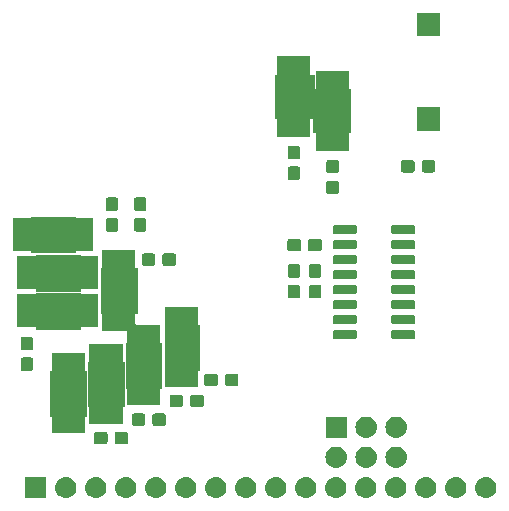
<source format=gbs>
G04 #@! TF.GenerationSoftware,KiCad,Pcbnew,(5.1.2)-1*
G04 #@! TF.CreationDate,2019-07-09T23:17:51-04:00*
G04 #@! TF.ProjectId,SPIvSPI_SAO_White,53504976-5350-4495-9f53-414f5f576869,0*
G04 #@! TF.SameCoordinates,PX90f5600PY584f6c0*
G04 #@! TF.FileFunction,Soldermask,Bot*
G04 #@! TF.FilePolarity,Negative*
%FSLAX46Y46*%
G04 Gerber Fmt 4.6, Leading zero omitted, Abs format (unit mm)*
G04 Created by KiCad (PCBNEW (5.1.2)-1) date 2019-07-09 23:17:51*
%MOMM*%
%LPD*%
G04 APERTURE LIST*
%ADD10C,0.100000*%
G04 APERTURE END LIST*
D10*
G36*
X-5200000Y-7200000D02*
G01*
X-8100000Y-7200000D01*
X-8100000Y-3400000D01*
X-5200000Y-3400000D01*
X-5200000Y-7200000D01*
G37*
X-5200000Y-7200000D02*
X-8100000Y-7200000D01*
X-8100000Y-3400000D01*
X-5200000Y-3400000D01*
X-5200000Y-7200000D01*
G36*
X-8400000Y-8700000D02*
G01*
X-11400000Y-8700000D01*
X-11400000Y-4900000D01*
X-8400000Y-4900000D01*
X-8400000Y-8700000D01*
G37*
X-8400000Y-8700000D02*
X-11400000Y-8700000D01*
X-11400000Y-4900000D01*
X-8400000Y-4900000D01*
X-8400000Y-8700000D01*
G36*
X-11600000Y-10300000D02*
G01*
X-14600000Y-10300000D01*
X-14600000Y-6500000D01*
X-11600000Y-6500000D01*
X-11600000Y-10300000D01*
G37*
X-11600000Y-10300000D02*
X-14600000Y-10300000D01*
X-14600000Y-6500000D01*
X-11600000Y-6500000D01*
X-11600000Y-10300000D01*
G36*
X-14800000Y-11100000D02*
G01*
X-17800000Y-11100000D01*
X-17800000Y-7300000D01*
X-14800000Y-7300000D01*
X-14800000Y-11100000D01*
G37*
X-14800000Y-11100000D02*
X-17800000Y-11100000D01*
X-17800000Y-7300000D01*
X-14800000Y-7300000D01*
X-14800000Y-11100000D01*
G36*
X-15300000Y-3700000D02*
G01*
X-19000000Y-3700000D01*
X-19000000Y-700000D01*
X-15300000Y-700000D01*
X-15300000Y-3700000D01*
G37*
X-15300000Y-3700000D02*
X-19000000Y-3700000D01*
X-19000000Y-700000D01*
X-15300000Y-700000D01*
X-15300000Y-3700000D01*
G36*
X-15300000Y-500000D02*
G01*
X-19000000Y-500000D01*
X-19000000Y2500000D01*
X-15300000Y2500000D01*
X-15300000Y-500000D01*
G37*
X-15300000Y-500000D02*
X-19000000Y-500000D01*
X-19000000Y2500000D01*
X-15300000Y2500000D01*
X-15300000Y-500000D01*
G36*
X-15700000Y2800000D02*
G01*
X-19400000Y2800000D01*
X-19400000Y5700000D01*
X-15700000Y5700000D01*
X-15700000Y2800000D01*
G37*
X-15700000Y2800000D02*
X-19400000Y2800000D01*
X-19400000Y5700000D01*
X-15700000Y5700000D01*
X-15700000Y2800000D01*
G36*
X-10500000Y-2400000D02*
G01*
X-13500000Y-2400000D01*
X-13500000Y1400000D01*
X-10500000Y1400000D01*
X-10500000Y-2400000D01*
G37*
X-10500000Y-2400000D02*
X-13500000Y-2400000D01*
X-13500000Y1400000D01*
X-10500000Y1400000D01*
X-10500000Y-2400000D01*
G36*
X4500000Y16600000D02*
G01*
X7600000Y16600000D01*
X7600000Y12900000D01*
X4400000Y12900000D01*
X4400000Y14100000D01*
X1200000Y14100000D01*
X1200000Y17800000D01*
X4500000Y17800000D01*
X4500000Y16600000D01*
G37*
X4500000Y16600000D02*
X7600000Y16600000D01*
X7600000Y12900000D01*
X4400000Y12900000D01*
X4400000Y14100000D01*
X1200000Y14100000D01*
X1200000Y17800000D01*
X4500000Y17800000D01*
X4500000Y16600000D01*
G36*
X16639443Y-16275519D02*
G01*
X16705627Y-16282037D01*
X16875466Y-16333557D01*
X17031991Y-16417222D01*
X17067729Y-16446552D01*
X17169186Y-16529814D01*
X17252448Y-16631271D01*
X17281778Y-16667009D01*
X17365443Y-16823534D01*
X17416963Y-16993373D01*
X17434359Y-17170000D01*
X17416963Y-17346627D01*
X17365443Y-17516466D01*
X17281778Y-17672991D01*
X17252448Y-17708729D01*
X17169186Y-17810186D01*
X17067729Y-17893448D01*
X17031991Y-17922778D01*
X16875466Y-18006443D01*
X16705627Y-18057963D01*
X16639443Y-18064481D01*
X16573260Y-18071000D01*
X16484740Y-18071000D01*
X16418557Y-18064481D01*
X16352373Y-18057963D01*
X16182534Y-18006443D01*
X16026009Y-17922778D01*
X15990271Y-17893448D01*
X15888814Y-17810186D01*
X15805552Y-17708729D01*
X15776222Y-17672991D01*
X15692557Y-17516466D01*
X15641037Y-17346627D01*
X15623641Y-17170000D01*
X15641037Y-16993373D01*
X15692557Y-16823534D01*
X15776222Y-16667009D01*
X15805552Y-16631271D01*
X15888814Y-16529814D01*
X15990271Y-16446552D01*
X16026009Y-16417222D01*
X16182534Y-16333557D01*
X16352373Y-16282037D01*
X16418557Y-16275519D01*
X16484740Y-16269000D01*
X16573260Y-16269000D01*
X16639443Y-16275519D01*
X16639443Y-16275519D01*
G37*
G36*
X-3680557Y-16275519D02*
G01*
X-3614373Y-16282037D01*
X-3444534Y-16333557D01*
X-3288009Y-16417222D01*
X-3252271Y-16446552D01*
X-3150814Y-16529814D01*
X-3067552Y-16631271D01*
X-3038222Y-16667009D01*
X-2954557Y-16823534D01*
X-2903037Y-16993373D01*
X-2885641Y-17170000D01*
X-2903037Y-17346627D01*
X-2954557Y-17516466D01*
X-3038222Y-17672991D01*
X-3067552Y-17708729D01*
X-3150814Y-17810186D01*
X-3252271Y-17893448D01*
X-3288009Y-17922778D01*
X-3444534Y-18006443D01*
X-3614373Y-18057963D01*
X-3680557Y-18064481D01*
X-3746740Y-18071000D01*
X-3835260Y-18071000D01*
X-3901443Y-18064481D01*
X-3967627Y-18057963D01*
X-4137466Y-18006443D01*
X-4293991Y-17922778D01*
X-4329729Y-17893448D01*
X-4431186Y-17810186D01*
X-4514448Y-17708729D01*
X-4543778Y-17672991D01*
X-4627443Y-17516466D01*
X-4678963Y-17346627D01*
X-4696359Y-17170000D01*
X-4678963Y-16993373D01*
X-4627443Y-16823534D01*
X-4543778Y-16667009D01*
X-4514448Y-16631271D01*
X-4431186Y-16529814D01*
X-4329729Y-16446552D01*
X-4293991Y-16417222D01*
X-4137466Y-16333557D01*
X-3967627Y-16282037D01*
X-3901443Y-16275519D01*
X-3835260Y-16269000D01*
X-3746740Y-16269000D01*
X-3680557Y-16275519D01*
X-3680557Y-16275519D01*
G37*
G36*
X19179443Y-16275519D02*
G01*
X19245627Y-16282037D01*
X19415466Y-16333557D01*
X19571991Y-16417222D01*
X19607729Y-16446552D01*
X19709186Y-16529814D01*
X19792448Y-16631271D01*
X19821778Y-16667009D01*
X19905443Y-16823534D01*
X19956963Y-16993373D01*
X19974359Y-17170000D01*
X19956963Y-17346627D01*
X19905443Y-17516466D01*
X19821778Y-17672991D01*
X19792448Y-17708729D01*
X19709186Y-17810186D01*
X19607729Y-17893448D01*
X19571991Y-17922778D01*
X19415466Y-18006443D01*
X19245627Y-18057963D01*
X19179443Y-18064481D01*
X19113260Y-18071000D01*
X19024740Y-18071000D01*
X18958557Y-18064481D01*
X18892373Y-18057963D01*
X18722534Y-18006443D01*
X18566009Y-17922778D01*
X18530271Y-17893448D01*
X18428814Y-17810186D01*
X18345552Y-17708729D01*
X18316222Y-17672991D01*
X18232557Y-17516466D01*
X18181037Y-17346627D01*
X18163641Y-17170000D01*
X18181037Y-16993373D01*
X18232557Y-16823534D01*
X18316222Y-16667009D01*
X18345552Y-16631271D01*
X18428814Y-16529814D01*
X18530271Y-16446552D01*
X18566009Y-16417222D01*
X18722534Y-16333557D01*
X18892373Y-16282037D01*
X18958557Y-16275519D01*
X19024740Y-16269000D01*
X19113260Y-16269000D01*
X19179443Y-16275519D01*
X19179443Y-16275519D01*
G37*
G36*
X-18130000Y-18071000D02*
G01*
X-19932000Y-18071000D01*
X-19932000Y-16269000D01*
X-18130000Y-16269000D01*
X-18130000Y-18071000D01*
X-18130000Y-18071000D01*
G37*
G36*
X-16380557Y-16275519D02*
G01*
X-16314373Y-16282037D01*
X-16144534Y-16333557D01*
X-15988009Y-16417222D01*
X-15952271Y-16446552D01*
X-15850814Y-16529814D01*
X-15767552Y-16631271D01*
X-15738222Y-16667009D01*
X-15654557Y-16823534D01*
X-15603037Y-16993373D01*
X-15585641Y-17170000D01*
X-15603037Y-17346627D01*
X-15654557Y-17516466D01*
X-15738222Y-17672991D01*
X-15767552Y-17708729D01*
X-15850814Y-17810186D01*
X-15952271Y-17893448D01*
X-15988009Y-17922778D01*
X-16144534Y-18006443D01*
X-16314373Y-18057963D01*
X-16380557Y-18064481D01*
X-16446740Y-18071000D01*
X-16535260Y-18071000D01*
X-16601443Y-18064481D01*
X-16667627Y-18057963D01*
X-16837466Y-18006443D01*
X-16993991Y-17922778D01*
X-17029729Y-17893448D01*
X-17131186Y-17810186D01*
X-17214448Y-17708729D01*
X-17243778Y-17672991D01*
X-17327443Y-17516466D01*
X-17378963Y-17346627D01*
X-17396359Y-17170000D01*
X-17378963Y-16993373D01*
X-17327443Y-16823534D01*
X-17243778Y-16667009D01*
X-17214448Y-16631271D01*
X-17131186Y-16529814D01*
X-17029729Y-16446552D01*
X-16993991Y-16417222D01*
X-16837466Y-16333557D01*
X-16667627Y-16282037D01*
X-16601443Y-16275519D01*
X-16535260Y-16269000D01*
X-16446740Y-16269000D01*
X-16380557Y-16275519D01*
X-16380557Y-16275519D01*
G37*
G36*
X-13840557Y-16275519D02*
G01*
X-13774373Y-16282037D01*
X-13604534Y-16333557D01*
X-13448009Y-16417222D01*
X-13412271Y-16446552D01*
X-13310814Y-16529814D01*
X-13227552Y-16631271D01*
X-13198222Y-16667009D01*
X-13114557Y-16823534D01*
X-13063037Y-16993373D01*
X-13045641Y-17170000D01*
X-13063037Y-17346627D01*
X-13114557Y-17516466D01*
X-13198222Y-17672991D01*
X-13227552Y-17708729D01*
X-13310814Y-17810186D01*
X-13412271Y-17893448D01*
X-13448009Y-17922778D01*
X-13604534Y-18006443D01*
X-13774373Y-18057963D01*
X-13840557Y-18064481D01*
X-13906740Y-18071000D01*
X-13995260Y-18071000D01*
X-14061443Y-18064481D01*
X-14127627Y-18057963D01*
X-14297466Y-18006443D01*
X-14453991Y-17922778D01*
X-14489729Y-17893448D01*
X-14591186Y-17810186D01*
X-14674448Y-17708729D01*
X-14703778Y-17672991D01*
X-14787443Y-17516466D01*
X-14838963Y-17346627D01*
X-14856359Y-17170000D01*
X-14838963Y-16993373D01*
X-14787443Y-16823534D01*
X-14703778Y-16667009D01*
X-14674448Y-16631271D01*
X-14591186Y-16529814D01*
X-14489729Y-16446552D01*
X-14453991Y-16417222D01*
X-14297466Y-16333557D01*
X-14127627Y-16282037D01*
X-14061443Y-16275519D01*
X-13995260Y-16269000D01*
X-13906740Y-16269000D01*
X-13840557Y-16275519D01*
X-13840557Y-16275519D01*
G37*
G36*
X-11300557Y-16275519D02*
G01*
X-11234373Y-16282037D01*
X-11064534Y-16333557D01*
X-10908009Y-16417222D01*
X-10872271Y-16446552D01*
X-10770814Y-16529814D01*
X-10687552Y-16631271D01*
X-10658222Y-16667009D01*
X-10574557Y-16823534D01*
X-10523037Y-16993373D01*
X-10505641Y-17170000D01*
X-10523037Y-17346627D01*
X-10574557Y-17516466D01*
X-10658222Y-17672991D01*
X-10687552Y-17708729D01*
X-10770814Y-17810186D01*
X-10872271Y-17893448D01*
X-10908009Y-17922778D01*
X-11064534Y-18006443D01*
X-11234373Y-18057963D01*
X-11300557Y-18064481D01*
X-11366740Y-18071000D01*
X-11455260Y-18071000D01*
X-11521443Y-18064481D01*
X-11587627Y-18057963D01*
X-11757466Y-18006443D01*
X-11913991Y-17922778D01*
X-11949729Y-17893448D01*
X-12051186Y-17810186D01*
X-12134448Y-17708729D01*
X-12163778Y-17672991D01*
X-12247443Y-17516466D01*
X-12298963Y-17346627D01*
X-12316359Y-17170000D01*
X-12298963Y-16993373D01*
X-12247443Y-16823534D01*
X-12163778Y-16667009D01*
X-12134448Y-16631271D01*
X-12051186Y-16529814D01*
X-11949729Y-16446552D01*
X-11913991Y-16417222D01*
X-11757466Y-16333557D01*
X-11587627Y-16282037D01*
X-11521443Y-16275519D01*
X-11455260Y-16269000D01*
X-11366740Y-16269000D01*
X-11300557Y-16275519D01*
X-11300557Y-16275519D01*
G37*
G36*
X-8760557Y-16275519D02*
G01*
X-8694373Y-16282037D01*
X-8524534Y-16333557D01*
X-8368009Y-16417222D01*
X-8332271Y-16446552D01*
X-8230814Y-16529814D01*
X-8147552Y-16631271D01*
X-8118222Y-16667009D01*
X-8034557Y-16823534D01*
X-7983037Y-16993373D01*
X-7965641Y-17170000D01*
X-7983037Y-17346627D01*
X-8034557Y-17516466D01*
X-8118222Y-17672991D01*
X-8147552Y-17708729D01*
X-8230814Y-17810186D01*
X-8332271Y-17893448D01*
X-8368009Y-17922778D01*
X-8524534Y-18006443D01*
X-8694373Y-18057963D01*
X-8760557Y-18064481D01*
X-8826740Y-18071000D01*
X-8915260Y-18071000D01*
X-8981443Y-18064481D01*
X-9047627Y-18057963D01*
X-9217466Y-18006443D01*
X-9373991Y-17922778D01*
X-9409729Y-17893448D01*
X-9511186Y-17810186D01*
X-9594448Y-17708729D01*
X-9623778Y-17672991D01*
X-9707443Y-17516466D01*
X-9758963Y-17346627D01*
X-9776359Y-17170000D01*
X-9758963Y-16993373D01*
X-9707443Y-16823534D01*
X-9623778Y-16667009D01*
X-9594448Y-16631271D01*
X-9511186Y-16529814D01*
X-9409729Y-16446552D01*
X-9373991Y-16417222D01*
X-9217466Y-16333557D01*
X-9047627Y-16282037D01*
X-8981443Y-16275519D01*
X-8915260Y-16269000D01*
X-8826740Y-16269000D01*
X-8760557Y-16275519D01*
X-8760557Y-16275519D01*
G37*
G36*
X-6220557Y-16275519D02*
G01*
X-6154373Y-16282037D01*
X-5984534Y-16333557D01*
X-5828009Y-16417222D01*
X-5792271Y-16446552D01*
X-5690814Y-16529814D01*
X-5607552Y-16631271D01*
X-5578222Y-16667009D01*
X-5494557Y-16823534D01*
X-5443037Y-16993373D01*
X-5425641Y-17170000D01*
X-5443037Y-17346627D01*
X-5494557Y-17516466D01*
X-5578222Y-17672991D01*
X-5607552Y-17708729D01*
X-5690814Y-17810186D01*
X-5792271Y-17893448D01*
X-5828009Y-17922778D01*
X-5984534Y-18006443D01*
X-6154373Y-18057963D01*
X-6220557Y-18064481D01*
X-6286740Y-18071000D01*
X-6375260Y-18071000D01*
X-6441443Y-18064481D01*
X-6507627Y-18057963D01*
X-6677466Y-18006443D01*
X-6833991Y-17922778D01*
X-6869729Y-17893448D01*
X-6971186Y-17810186D01*
X-7054448Y-17708729D01*
X-7083778Y-17672991D01*
X-7167443Y-17516466D01*
X-7218963Y-17346627D01*
X-7236359Y-17170000D01*
X-7218963Y-16993373D01*
X-7167443Y-16823534D01*
X-7083778Y-16667009D01*
X-7054448Y-16631271D01*
X-6971186Y-16529814D01*
X-6869729Y-16446552D01*
X-6833991Y-16417222D01*
X-6677466Y-16333557D01*
X-6507627Y-16282037D01*
X-6441443Y-16275519D01*
X-6375260Y-16269000D01*
X-6286740Y-16269000D01*
X-6220557Y-16275519D01*
X-6220557Y-16275519D01*
G37*
G36*
X1399443Y-16275519D02*
G01*
X1465627Y-16282037D01*
X1635466Y-16333557D01*
X1791991Y-16417222D01*
X1827729Y-16446552D01*
X1929186Y-16529814D01*
X2012448Y-16631271D01*
X2041778Y-16667009D01*
X2125443Y-16823534D01*
X2176963Y-16993373D01*
X2194359Y-17170000D01*
X2176963Y-17346627D01*
X2125443Y-17516466D01*
X2041778Y-17672991D01*
X2012448Y-17708729D01*
X1929186Y-17810186D01*
X1827729Y-17893448D01*
X1791991Y-17922778D01*
X1635466Y-18006443D01*
X1465627Y-18057963D01*
X1399443Y-18064481D01*
X1333260Y-18071000D01*
X1244740Y-18071000D01*
X1178557Y-18064481D01*
X1112373Y-18057963D01*
X942534Y-18006443D01*
X786009Y-17922778D01*
X750271Y-17893448D01*
X648814Y-17810186D01*
X565552Y-17708729D01*
X536222Y-17672991D01*
X452557Y-17516466D01*
X401037Y-17346627D01*
X383641Y-17170000D01*
X401037Y-16993373D01*
X452557Y-16823534D01*
X536222Y-16667009D01*
X565552Y-16631271D01*
X648814Y-16529814D01*
X750271Y-16446552D01*
X786009Y-16417222D01*
X942534Y-16333557D01*
X1112373Y-16282037D01*
X1178557Y-16275519D01*
X1244740Y-16269000D01*
X1333260Y-16269000D01*
X1399443Y-16275519D01*
X1399443Y-16275519D01*
G37*
G36*
X-1140557Y-16275519D02*
G01*
X-1074373Y-16282037D01*
X-904534Y-16333557D01*
X-748009Y-16417222D01*
X-712271Y-16446552D01*
X-610814Y-16529814D01*
X-527552Y-16631271D01*
X-498222Y-16667009D01*
X-414557Y-16823534D01*
X-363037Y-16993373D01*
X-345641Y-17170000D01*
X-363037Y-17346627D01*
X-414557Y-17516466D01*
X-498222Y-17672991D01*
X-527552Y-17708729D01*
X-610814Y-17810186D01*
X-712271Y-17893448D01*
X-748009Y-17922778D01*
X-904534Y-18006443D01*
X-1074373Y-18057963D01*
X-1140557Y-18064481D01*
X-1206740Y-18071000D01*
X-1295260Y-18071000D01*
X-1361443Y-18064481D01*
X-1427627Y-18057963D01*
X-1597466Y-18006443D01*
X-1753991Y-17922778D01*
X-1789729Y-17893448D01*
X-1891186Y-17810186D01*
X-1974448Y-17708729D01*
X-2003778Y-17672991D01*
X-2087443Y-17516466D01*
X-2138963Y-17346627D01*
X-2156359Y-17170000D01*
X-2138963Y-16993373D01*
X-2087443Y-16823534D01*
X-2003778Y-16667009D01*
X-1974448Y-16631271D01*
X-1891186Y-16529814D01*
X-1789729Y-16446552D01*
X-1753991Y-16417222D01*
X-1597466Y-16333557D01*
X-1427627Y-16282037D01*
X-1361443Y-16275519D01*
X-1295260Y-16269000D01*
X-1206740Y-16269000D01*
X-1140557Y-16275519D01*
X-1140557Y-16275519D01*
G37*
G36*
X14099443Y-16275519D02*
G01*
X14165627Y-16282037D01*
X14335466Y-16333557D01*
X14491991Y-16417222D01*
X14527729Y-16446552D01*
X14629186Y-16529814D01*
X14712448Y-16631271D01*
X14741778Y-16667009D01*
X14825443Y-16823534D01*
X14876963Y-16993373D01*
X14894359Y-17170000D01*
X14876963Y-17346627D01*
X14825443Y-17516466D01*
X14741778Y-17672991D01*
X14712448Y-17708729D01*
X14629186Y-17810186D01*
X14527729Y-17893448D01*
X14491991Y-17922778D01*
X14335466Y-18006443D01*
X14165627Y-18057963D01*
X14099443Y-18064481D01*
X14033260Y-18071000D01*
X13944740Y-18071000D01*
X13878557Y-18064481D01*
X13812373Y-18057963D01*
X13642534Y-18006443D01*
X13486009Y-17922778D01*
X13450271Y-17893448D01*
X13348814Y-17810186D01*
X13265552Y-17708729D01*
X13236222Y-17672991D01*
X13152557Y-17516466D01*
X13101037Y-17346627D01*
X13083641Y-17170000D01*
X13101037Y-16993373D01*
X13152557Y-16823534D01*
X13236222Y-16667009D01*
X13265552Y-16631271D01*
X13348814Y-16529814D01*
X13450271Y-16446552D01*
X13486009Y-16417222D01*
X13642534Y-16333557D01*
X13812373Y-16282037D01*
X13878557Y-16275519D01*
X13944740Y-16269000D01*
X14033260Y-16269000D01*
X14099443Y-16275519D01*
X14099443Y-16275519D01*
G37*
G36*
X11559443Y-16275519D02*
G01*
X11625627Y-16282037D01*
X11795466Y-16333557D01*
X11951991Y-16417222D01*
X11987729Y-16446552D01*
X12089186Y-16529814D01*
X12172448Y-16631271D01*
X12201778Y-16667009D01*
X12285443Y-16823534D01*
X12336963Y-16993373D01*
X12354359Y-17170000D01*
X12336963Y-17346627D01*
X12285443Y-17516466D01*
X12201778Y-17672991D01*
X12172448Y-17708729D01*
X12089186Y-17810186D01*
X11987729Y-17893448D01*
X11951991Y-17922778D01*
X11795466Y-18006443D01*
X11625627Y-18057963D01*
X11559443Y-18064481D01*
X11493260Y-18071000D01*
X11404740Y-18071000D01*
X11338557Y-18064481D01*
X11272373Y-18057963D01*
X11102534Y-18006443D01*
X10946009Y-17922778D01*
X10910271Y-17893448D01*
X10808814Y-17810186D01*
X10725552Y-17708729D01*
X10696222Y-17672991D01*
X10612557Y-17516466D01*
X10561037Y-17346627D01*
X10543641Y-17170000D01*
X10561037Y-16993373D01*
X10612557Y-16823534D01*
X10696222Y-16667009D01*
X10725552Y-16631271D01*
X10808814Y-16529814D01*
X10910271Y-16446552D01*
X10946009Y-16417222D01*
X11102534Y-16333557D01*
X11272373Y-16282037D01*
X11338557Y-16275519D01*
X11404740Y-16269000D01*
X11493260Y-16269000D01*
X11559443Y-16275519D01*
X11559443Y-16275519D01*
G37*
G36*
X9019443Y-16275519D02*
G01*
X9085627Y-16282037D01*
X9255466Y-16333557D01*
X9411991Y-16417222D01*
X9447729Y-16446552D01*
X9549186Y-16529814D01*
X9632448Y-16631271D01*
X9661778Y-16667009D01*
X9745443Y-16823534D01*
X9796963Y-16993373D01*
X9814359Y-17170000D01*
X9796963Y-17346627D01*
X9745443Y-17516466D01*
X9661778Y-17672991D01*
X9632448Y-17708729D01*
X9549186Y-17810186D01*
X9447729Y-17893448D01*
X9411991Y-17922778D01*
X9255466Y-18006443D01*
X9085627Y-18057963D01*
X9019443Y-18064481D01*
X8953260Y-18071000D01*
X8864740Y-18071000D01*
X8798557Y-18064481D01*
X8732373Y-18057963D01*
X8562534Y-18006443D01*
X8406009Y-17922778D01*
X8370271Y-17893448D01*
X8268814Y-17810186D01*
X8185552Y-17708729D01*
X8156222Y-17672991D01*
X8072557Y-17516466D01*
X8021037Y-17346627D01*
X8003641Y-17170000D01*
X8021037Y-16993373D01*
X8072557Y-16823534D01*
X8156222Y-16667009D01*
X8185552Y-16631271D01*
X8268814Y-16529814D01*
X8370271Y-16446552D01*
X8406009Y-16417222D01*
X8562534Y-16333557D01*
X8732373Y-16282037D01*
X8798557Y-16275519D01*
X8864740Y-16269000D01*
X8953260Y-16269000D01*
X9019443Y-16275519D01*
X9019443Y-16275519D01*
G37*
G36*
X6479443Y-16275519D02*
G01*
X6545627Y-16282037D01*
X6715466Y-16333557D01*
X6871991Y-16417222D01*
X6907729Y-16446552D01*
X7009186Y-16529814D01*
X7092448Y-16631271D01*
X7121778Y-16667009D01*
X7205443Y-16823534D01*
X7256963Y-16993373D01*
X7274359Y-17170000D01*
X7256963Y-17346627D01*
X7205443Y-17516466D01*
X7121778Y-17672991D01*
X7092448Y-17708729D01*
X7009186Y-17810186D01*
X6907729Y-17893448D01*
X6871991Y-17922778D01*
X6715466Y-18006443D01*
X6545627Y-18057963D01*
X6479443Y-18064481D01*
X6413260Y-18071000D01*
X6324740Y-18071000D01*
X6258557Y-18064481D01*
X6192373Y-18057963D01*
X6022534Y-18006443D01*
X5866009Y-17922778D01*
X5830271Y-17893448D01*
X5728814Y-17810186D01*
X5645552Y-17708729D01*
X5616222Y-17672991D01*
X5532557Y-17516466D01*
X5481037Y-17346627D01*
X5463641Y-17170000D01*
X5481037Y-16993373D01*
X5532557Y-16823534D01*
X5616222Y-16667009D01*
X5645552Y-16631271D01*
X5728814Y-16529814D01*
X5830271Y-16446552D01*
X5866009Y-16417222D01*
X6022534Y-16333557D01*
X6192373Y-16282037D01*
X6258557Y-16275519D01*
X6324740Y-16269000D01*
X6413260Y-16269000D01*
X6479443Y-16275519D01*
X6479443Y-16275519D01*
G37*
G36*
X3939443Y-16275519D02*
G01*
X4005627Y-16282037D01*
X4175466Y-16333557D01*
X4331991Y-16417222D01*
X4367729Y-16446552D01*
X4469186Y-16529814D01*
X4552448Y-16631271D01*
X4581778Y-16667009D01*
X4665443Y-16823534D01*
X4716963Y-16993373D01*
X4734359Y-17170000D01*
X4716963Y-17346627D01*
X4665443Y-17516466D01*
X4581778Y-17672991D01*
X4552448Y-17708729D01*
X4469186Y-17810186D01*
X4367729Y-17893448D01*
X4331991Y-17922778D01*
X4175466Y-18006443D01*
X4005627Y-18057963D01*
X3939443Y-18064481D01*
X3873260Y-18071000D01*
X3784740Y-18071000D01*
X3718557Y-18064481D01*
X3652373Y-18057963D01*
X3482534Y-18006443D01*
X3326009Y-17922778D01*
X3290271Y-17893448D01*
X3188814Y-17810186D01*
X3105552Y-17708729D01*
X3076222Y-17672991D01*
X2992557Y-17516466D01*
X2941037Y-17346627D01*
X2923641Y-17170000D01*
X2941037Y-16993373D01*
X2992557Y-16823534D01*
X3076222Y-16667009D01*
X3105552Y-16631271D01*
X3188814Y-16529814D01*
X3290271Y-16446552D01*
X3326009Y-16417222D01*
X3482534Y-16333557D01*
X3652373Y-16282037D01*
X3718557Y-16275519D01*
X3784740Y-16269000D01*
X3873260Y-16269000D01*
X3939443Y-16275519D01*
X3939443Y-16275519D01*
G37*
G36*
X6595294Y-13708633D02*
G01*
X6767695Y-13760931D01*
X6926583Y-13845858D01*
X7065849Y-13960151D01*
X7180142Y-14099417D01*
X7265069Y-14258305D01*
X7317367Y-14430706D01*
X7335025Y-14610000D01*
X7317367Y-14789294D01*
X7265069Y-14961695D01*
X7180142Y-15120583D01*
X7065849Y-15259849D01*
X6926583Y-15374142D01*
X6767695Y-15459069D01*
X6595294Y-15511367D01*
X6460931Y-15524600D01*
X6371069Y-15524600D01*
X6236706Y-15511367D01*
X6064305Y-15459069D01*
X5905417Y-15374142D01*
X5766151Y-15259849D01*
X5651858Y-15120583D01*
X5566931Y-14961695D01*
X5514633Y-14789294D01*
X5496975Y-14610000D01*
X5514633Y-14430706D01*
X5566931Y-14258305D01*
X5651858Y-14099417D01*
X5766151Y-13960151D01*
X5905417Y-13845858D01*
X6064305Y-13760931D01*
X6236706Y-13708633D01*
X6371069Y-13695400D01*
X6460931Y-13695400D01*
X6595294Y-13708633D01*
X6595294Y-13708633D01*
G37*
G36*
X11675294Y-13708633D02*
G01*
X11847695Y-13760931D01*
X12006583Y-13845858D01*
X12145849Y-13960151D01*
X12260142Y-14099417D01*
X12345069Y-14258305D01*
X12397367Y-14430706D01*
X12415025Y-14610000D01*
X12397367Y-14789294D01*
X12345069Y-14961695D01*
X12260142Y-15120583D01*
X12145849Y-15259849D01*
X12006583Y-15374142D01*
X11847695Y-15459069D01*
X11675294Y-15511367D01*
X11540931Y-15524600D01*
X11451069Y-15524600D01*
X11316706Y-15511367D01*
X11144305Y-15459069D01*
X10985417Y-15374142D01*
X10846151Y-15259849D01*
X10731858Y-15120583D01*
X10646931Y-14961695D01*
X10594633Y-14789294D01*
X10576975Y-14610000D01*
X10594633Y-14430706D01*
X10646931Y-14258305D01*
X10731858Y-14099417D01*
X10846151Y-13960151D01*
X10985417Y-13845858D01*
X11144305Y-13760931D01*
X11316706Y-13708633D01*
X11451069Y-13695400D01*
X11540931Y-13695400D01*
X11675294Y-13708633D01*
X11675294Y-13708633D01*
G37*
G36*
X9135294Y-13708633D02*
G01*
X9307695Y-13760931D01*
X9466583Y-13845858D01*
X9605849Y-13960151D01*
X9720142Y-14099417D01*
X9805069Y-14258305D01*
X9857367Y-14430706D01*
X9875025Y-14610000D01*
X9857367Y-14789294D01*
X9805069Y-14961695D01*
X9720142Y-15120583D01*
X9605849Y-15259849D01*
X9466583Y-15374142D01*
X9307695Y-15459069D01*
X9135294Y-15511367D01*
X9000931Y-15524600D01*
X8911069Y-15524600D01*
X8776706Y-15511367D01*
X8604305Y-15459069D01*
X8445417Y-15374142D01*
X8306151Y-15259849D01*
X8191858Y-15120583D01*
X8106931Y-14961695D01*
X8054633Y-14789294D01*
X8036975Y-14610000D01*
X8054633Y-14430706D01*
X8106931Y-14258305D01*
X8191858Y-14099417D01*
X8306151Y-13960151D01*
X8445417Y-13845858D01*
X8604305Y-13760931D01*
X8776706Y-13708633D01*
X8911069Y-13695400D01*
X9000931Y-13695400D01*
X9135294Y-13708633D01*
X9135294Y-13708633D01*
G37*
G36*
X-11369501Y-12448445D02*
G01*
X-11332005Y-12459820D01*
X-11297446Y-12478292D01*
X-11267153Y-12503153D01*
X-11242292Y-12533446D01*
X-11223820Y-12568005D01*
X-11212445Y-12605501D01*
X-11208000Y-12650638D01*
X-11208000Y-13289362D01*
X-11212445Y-13334499D01*
X-11223820Y-13371995D01*
X-11242292Y-13406554D01*
X-11267153Y-13436847D01*
X-11297446Y-13461708D01*
X-11332005Y-13480180D01*
X-11369501Y-13491555D01*
X-11414638Y-13496000D01*
X-12153362Y-13496000D01*
X-12198499Y-13491555D01*
X-12235995Y-13480180D01*
X-12270554Y-13461708D01*
X-12300847Y-13436847D01*
X-12325708Y-13406554D01*
X-12344180Y-13371995D01*
X-12355555Y-13334499D01*
X-12360000Y-13289362D01*
X-12360000Y-12650638D01*
X-12355555Y-12605501D01*
X-12344180Y-12568005D01*
X-12325708Y-12533446D01*
X-12300847Y-12503153D01*
X-12270554Y-12478292D01*
X-12235995Y-12459820D01*
X-12198499Y-12448445D01*
X-12153362Y-12444000D01*
X-11414638Y-12444000D01*
X-11369501Y-12448445D01*
X-11369501Y-12448445D01*
G37*
G36*
X-13119501Y-12448445D02*
G01*
X-13082005Y-12459820D01*
X-13047446Y-12478292D01*
X-13017153Y-12503153D01*
X-12992292Y-12533446D01*
X-12973820Y-12568005D01*
X-12962445Y-12605501D01*
X-12958000Y-12650638D01*
X-12958000Y-13289362D01*
X-12962445Y-13334499D01*
X-12973820Y-13371995D01*
X-12992292Y-13406554D01*
X-13017153Y-13436847D01*
X-13047446Y-13461708D01*
X-13082005Y-13480180D01*
X-13119501Y-13491555D01*
X-13164638Y-13496000D01*
X-13903362Y-13496000D01*
X-13948499Y-13491555D01*
X-13985995Y-13480180D01*
X-14020554Y-13461708D01*
X-14050847Y-13436847D01*
X-14075708Y-13406554D01*
X-14094180Y-13371995D01*
X-14105555Y-13334499D01*
X-14110000Y-13289362D01*
X-14110000Y-12650638D01*
X-14105555Y-12605501D01*
X-14094180Y-12568005D01*
X-14075708Y-12533446D01*
X-14050847Y-12503153D01*
X-14020554Y-12478292D01*
X-13985995Y-12459820D01*
X-13948499Y-12448445D01*
X-13903362Y-12444000D01*
X-13164638Y-12444000D01*
X-13119501Y-12448445D01*
X-13119501Y-12448445D01*
G37*
G36*
X7330600Y-12984600D02*
G01*
X5501400Y-12984600D01*
X5501400Y-11155400D01*
X7330600Y-11155400D01*
X7330600Y-12984600D01*
X7330600Y-12984600D01*
G37*
G36*
X9135294Y-11168633D02*
G01*
X9307695Y-11220931D01*
X9466583Y-11305858D01*
X9605849Y-11420151D01*
X9720142Y-11559417D01*
X9805069Y-11718305D01*
X9857367Y-11890706D01*
X9875025Y-12070000D01*
X9857367Y-12249294D01*
X9805069Y-12421695D01*
X9720142Y-12580583D01*
X9605849Y-12719849D01*
X9466583Y-12834142D01*
X9307695Y-12919069D01*
X9135294Y-12971367D01*
X9000931Y-12984600D01*
X8911069Y-12984600D01*
X8776706Y-12971367D01*
X8604305Y-12919069D01*
X8445417Y-12834142D01*
X8306151Y-12719849D01*
X8191858Y-12580583D01*
X8106931Y-12421695D01*
X8054633Y-12249294D01*
X8036975Y-12070000D01*
X8054633Y-11890706D01*
X8106931Y-11718305D01*
X8191858Y-11559417D01*
X8306151Y-11420151D01*
X8445417Y-11305858D01*
X8604305Y-11220931D01*
X8776706Y-11168633D01*
X8911069Y-11155400D01*
X9000931Y-11155400D01*
X9135294Y-11168633D01*
X9135294Y-11168633D01*
G37*
G36*
X11675294Y-11168633D02*
G01*
X11847695Y-11220931D01*
X12006583Y-11305858D01*
X12145849Y-11420151D01*
X12260142Y-11559417D01*
X12345069Y-11718305D01*
X12397367Y-11890706D01*
X12415025Y-12070000D01*
X12397367Y-12249294D01*
X12345069Y-12421695D01*
X12260142Y-12580583D01*
X12145849Y-12719849D01*
X12006583Y-12834142D01*
X11847695Y-12919069D01*
X11675294Y-12971367D01*
X11540931Y-12984600D01*
X11451069Y-12984600D01*
X11316706Y-12971367D01*
X11144305Y-12919069D01*
X10985417Y-12834142D01*
X10846151Y-12719849D01*
X10731858Y-12580583D01*
X10646931Y-12421695D01*
X10594633Y-12249294D01*
X10576975Y-12070000D01*
X10594633Y-11890706D01*
X10646931Y-11718305D01*
X10731858Y-11559417D01*
X10846151Y-11420151D01*
X10985417Y-11305858D01*
X11144305Y-11220931D01*
X11316706Y-11168633D01*
X11451069Y-11155400D01*
X11540931Y-11155400D01*
X11675294Y-11168633D01*
X11675294Y-11168633D01*
G37*
G36*
X-14884000Y-12570000D02*
G01*
X-17684000Y-12570000D01*
X-17684000Y-10970000D01*
X-14884000Y-10970000D01*
X-14884000Y-12570000D01*
X-14884000Y-12570000D01*
G37*
G36*
X-8169501Y-10898445D02*
G01*
X-8132005Y-10909820D01*
X-8097446Y-10928292D01*
X-8067153Y-10953153D01*
X-8042292Y-10983446D01*
X-8023820Y-11018005D01*
X-8012445Y-11055501D01*
X-8008000Y-11100638D01*
X-8008000Y-11739362D01*
X-8012445Y-11784499D01*
X-8023820Y-11821995D01*
X-8042292Y-11856554D01*
X-8067153Y-11886847D01*
X-8097446Y-11911708D01*
X-8132005Y-11930180D01*
X-8169501Y-11941555D01*
X-8214638Y-11946000D01*
X-8953362Y-11946000D01*
X-8998499Y-11941555D01*
X-9035995Y-11930180D01*
X-9070554Y-11911708D01*
X-9100847Y-11886847D01*
X-9125708Y-11856554D01*
X-9144180Y-11821995D01*
X-9155555Y-11784499D01*
X-9160000Y-11739362D01*
X-9160000Y-11100638D01*
X-9155555Y-11055501D01*
X-9144180Y-11018005D01*
X-9125708Y-10983446D01*
X-9100847Y-10953153D01*
X-9070554Y-10928292D01*
X-9035995Y-10909820D01*
X-8998499Y-10898445D01*
X-8953362Y-10894000D01*
X-8214638Y-10894000D01*
X-8169501Y-10898445D01*
X-8169501Y-10898445D01*
G37*
G36*
X-9919501Y-10898445D02*
G01*
X-9882005Y-10909820D01*
X-9847446Y-10928292D01*
X-9817153Y-10953153D01*
X-9792292Y-10983446D01*
X-9773820Y-11018005D01*
X-9762445Y-11055501D01*
X-9758000Y-11100638D01*
X-9758000Y-11739362D01*
X-9762445Y-11784499D01*
X-9773820Y-11821995D01*
X-9792292Y-11856554D01*
X-9817153Y-11886847D01*
X-9847446Y-11911708D01*
X-9882005Y-11930180D01*
X-9919501Y-11941555D01*
X-9964638Y-11946000D01*
X-10703362Y-11946000D01*
X-10748499Y-11941555D01*
X-10785995Y-11930180D01*
X-10820554Y-11911708D01*
X-10850847Y-11886847D01*
X-10875708Y-11856554D01*
X-10894180Y-11821995D01*
X-10905555Y-11784499D01*
X-10910000Y-11739362D01*
X-10910000Y-11100638D01*
X-10905555Y-11055501D01*
X-10894180Y-11018005D01*
X-10875708Y-10983446D01*
X-10850847Y-10953153D01*
X-10820554Y-10928292D01*
X-10785995Y-10909820D01*
X-10748499Y-10898445D01*
X-10703362Y-10894000D01*
X-9964638Y-10894000D01*
X-9919501Y-10898445D01*
X-9919501Y-10898445D01*
G37*
G36*
X-11684000Y-11770000D02*
G01*
X-14484000Y-11770000D01*
X-14484000Y-10170000D01*
X-11684000Y-10170000D01*
X-11684000Y-11770000D01*
X-11684000Y-11770000D01*
G37*
G36*
X-4969501Y-9298445D02*
G01*
X-4932005Y-9309820D01*
X-4897446Y-9328292D01*
X-4867153Y-9353153D01*
X-4842292Y-9383446D01*
X-4823820Y-9418005D01*
X-4812445Y-9455501D01*
X-4808000Y-9500638D01*
X-4808000Y-10139362D01*
X-4812445Y-10184499D01*
X-4823820Y-10221995D01*
X-4842292Y-10256554D01*
X-4867153Y-10286847D01*
X-4897446Y-10311708D01*
X-4932005Y-10330180D01*
X-4969501Y-10341555D01*
X-5014638Y-10346000D01*
X-5753362Y-10346000D01*
X-5798499Y-10341555D01*
X-5835995Y-10330180D01*
X-5870554Y-10311708D01*
X-5900847Y-10286847D01*
X-5925708Y-10256554D01*
X-5944180Y-10221995D01*
X-5955555Y-10184499D01*
X-5960000Y-10139362D01*
X-5960000Y-9500638D01*
X-5955555Y-9455501D01*
X-5944180Y-9418005D01*
X-5925708Y-9383446D01*
X-5900847Y-9353153D01*
X-5870554Y-9328292D01*
X-5835995Y-9309820D01*
X-5798499Y-9298445D01*
X-5753362Y-9294000D01*
X-5014638Y-9294000D01*
X-4969501Y-9298445D01*
X-4969501Y-9298445D01*
G37*
G36*
X-6719501Y-9298445D02*
G01*
X-6682005Y-9309820D01*
X-6647446Y-9328292D01*
X-6617153Y-9353153D01*
X-6592292Y-9383446D01*
X-6573820Y-9418005D01*
X-6562445Y-9455501D01*
X-6558000Y-9500638D01*
X-6558000Y-10139362D01*
X-6562445Y-10184499D01*
X-6573820Y-10221995D01*
X-6592292Y-10256554D01*
X-6617153Y-10286847D01*
X-6647446Y-10311708D01*
X-6682005Y-10330180D01*
X-6719501Y-10341555D01*
X-6764638Y-10346000D01*
X-7503362Y-10346000D01*
X-7548499Y-10341555D01*
X-7585995Y-10330180D01*
X-7620554Y-10311708D01*
X-7650847Y-10286847D01*
X-7675708Y-10256554D01*
X-7694180Y-10221995D01*
X-7705555Y-10184499D01*
X-7710000Y-10139362D01*
X-7710000Y-9500638D01*
X-7705555Y-9455501D01*
X-7694180Y-9418005D01*
X-7675708Y-9383446D01*
X-7650847Y-9353153D01*
X-7620554Y-9328292D01*
X-7585995Y-9309820D01*
X-7548499Y-9298445D01*
X-7503362Y-9294000D01*
X-6764638Y-9294000D01*
X-6719501Y-9298445D01*
X-6719501Y-9298445D01*
G37*
G36*
X-8484000Y-10170000D02*
G01*
X-11284000Y-10170000D01*
X-11284000Y-8570000D01*
X-8484000Y-8570000D01*
X-8484000Y-10170000D01*
X-8484000Y-10170000D01*
G37*
G36*
X-5284000Y-8670000D02*
G01*
X-8084000Y-8670000D01*
X-8084000Y-7070000D01*
X-5284000Y-7070000D01*
X-5284000Y-8670000D01*
X-5284000Y-8670000D01*
G37*
G36*
X-3785501Y-7528445D02*
G01*
X-3748005Y-7539820D01*
X-3713446Y-7558292D01*
X-3683153Y-7583153D01*
X-3658292Y-7613446D01*
X-3639820Y-7648005D01*
X-3628445Y-7685501D01*
X-3624000Y-7730638D01*
X-3624000Y-8369362D01*
X-3628445Y-8414499D01*
X-3639820Y-8451995D01*
X-3658292Y-8486554D01*
X-3683153Y-8516847D01*
X-3713446Y-8541708D01*
X-3748005Y-8560180D01*
X-3785501Y-8571555D01*
X-3830638Y-8576000D01*
X-4569362Y-8576000D01*
X-4614499Y-8571555D01*
X-4651995Y-8560180D01*
X-4686554Y-8541708D01*
X-4716847Y-8516847D01*
X-4741708Y-8486554D01*
X-4760180Y-8451995D01*
X-4771555Y-8414499D01*
X-4776000Y-8369362D01*
X-4776000Y-7730638D01*
X-4771555Y-7685501D01*
X-4760180Y-7648005D01*
X-4741708Y-7613446D01*
X-4716847Y-7583153D01*
X-4686554Y-7558292D01*
X-4651995Y-7539820D01*
X-4614499Y-7528445D01*
X-4569362Y-7524000D01*
X-3830638Y-7524000D01*
X-3785501Y-7528445D01*
X-3785501Y-7528445D01*
G37*
G36*
X-2035501Y-7528445D02*
G01*
X-1998005Y-7539820D01*
X-1963446Y-7558292D01*
X-1933153Y-7583153D01*
X-1908292Y-7613446D01*
X-1889820Y-7648005D01*
X-1878445Y-7685501D01*
X-1874000Y-7730638D01*
X-1874000Y-8369362D01*
X-1878445Y-8414499D01*
X-1889820Y-8451995D01*
X-1908292Y-8486554D01*
X-1933153Y-8516847D01*
X-1963446Y-8541708D01*
X-1998005Y-8560180D01*
X-2035501Y-8571555D01*
X-2080638Y-8576000D01*
X-2819362Y-8576000D01*
X-2864499Y-8571555D01*
X-2901995Y-8560180D01*
X-2936554Y-8541708D01*
X-2966847Y-8516847D01*
X-2991708Y-8486554D01*
X-3010180Y-8451995D01*
X-3021555Y-8414499D01*
X-3026000Y-8369362D01*
X-3026000Y-7730638D01*
X-3021555Y-7685501D01*
X-3010180Y-7648005D01*
X-2991708Y-7613446D01*
X-2966847Y-7583153D01*
X-2936554Y-7558292D01*
X-2901995Y-7539820D01*
X-2864499Y-7528445D01*
X-2819362Y-7524000D01*
X-2080638Y-7524000D01*
X-2035501Y-7528445D01*
X-2035501Y-7528445D01*
G37*
G36*
X-14884000Y-7370000D02*
G01*
X-17684000Y-7370000D01*
X-17684000Y-5770000D01*
X-14884000Y-5770000D01*
X-14884000Y-7370000D01*
X-14884000Y-7370000D01*
G37*
G36*
X-19419501Y-6148445D02*
G01*
X-19382005Y-6159820D01*
X-19347446Y-6178292D01*
X-19317153Y-6203153D01*
X-19292292Y-6233446D01*
X-19273820Y-6268005D01*
X-19262445Y-6305501D01*
X-19258000Y-6350638D01*
X-19258000Y-7089362D01*
X-19262445Y-7134499D01*
X-19273820Y-7171995D01*
X-19292292Y-7206554D01*
X-19317153Y-7236847D01*
X-19347446Y-7261708D01*
X-19382005Y-7280180D01*
X-19419501Y-7291555D01*
X-19464638Y-7296000D01*
X-20103362Y-7296000D01*
X-20148499Y-7291555D01*
X-20185995Y-7280180D01*
X-20220554Y-7261708D01*
X-20250847Y-7236847D01*
X-20275708Y-7206554D01*
X-20294180Y-7171995D01*
X-20305555Y-7134499D01*
X-20310000Y-7089362D01*
X-20310000Y-6350638D01*
X-20305555Y-6305501D01*
X-20294180Y-6268005D01*
X-20275708Y-6233446D01*
X-20250847Y-6203153D01*
X-20220554Y-6178292D01*
X-20185995Y-6159820D01*
X-20148499Y-6148445D01*
X-20103362Y-6144000D01*
X-19464638Y-6144000D01*
X-19419501Y-6148445D01*
X-19419501Y-6148445D01*
G37*
G36*
X-11684000Y-6570000D02*
G01*
X-14484000Y-6570000D01*
X-14484000Y-4970000D01*
X-11684000Y-4970000D01*
X-11684000Y-6570000D01*
X-11684000Y-6570000D01*
G37*
G36*
X-19419501Y-4398445D02*
G01*
X-19382005Y-4409820D01*
X-19347446Y-4428292D01*
X-19317153Y-4453153D01*
X-19292292Y-4483446D01*
X-19273820Y-4518005D01*
X-19262445Y-4555501D01*
X-19258000Y-4600638D01*
X-19258000Y-5339362D01*
X-19262445Y-5384499D01*
X-19273820Y-5421995D01*
X-19292292Y-5456554D01*
X-19317153Y-5486847D01*
X-19347446Y-5511708D01*
X-19382005Y-5530180D01*
X-19419501Y-5541555D01*
X-19464638Y-5546000D01*
X-20103362Y-5546000D01*
X-20148499Y-5541555D01*
X-20185995Y-5530180D01*
X-20220554Y-5511708D01*
X-20250847Y-5486847D01*
X-20275708Y-5456554D01*
X-20294180Y-5421995D01*
X-20305555Y-5384499D01*
X-20310000Y-5339362D01*
X-20310000Y-4600638D01*
X-20305555Y-4555501D01*
X-20294180Y-4518005D01*
X-20275708Y-4483446D01*
X-20250847Y-4453153D01*
X-20220554Y-4428292D01*
X-20185995Y-4409820D01*
X-20148499Y-4398445D01*
X-20103362Y-4394000D01*
X-19464638Y-4394000D01*
X-19419501Y-4398445D01*
X-19419501Y-4398445D01*
G37*
G36*
X-10634000Y-3245001D02*
G01*
X-10631598Y-3269387D01*
X-10624485Y-3292836D01*
X-10612934Y-3314447D01*
X-10597389Y-3333389D01*
X-10578447Y-3348934D01*
X-10556836Y-3360485D01*
X-10533387Y-3367598D01*
X-10509001Y-3370000D01*
X-8484000Y-3370000D01*
X-8484000Y-4970000D01*
X-11284000Y-4970000D01*
X-11284000Y-3994999D01*
X-11286402Y-3970613D01*
X-11293515Y-3947164D01*
X-11305066Y-3925553D01*
X-11320611Y-3906611D01*
X-11339553Y-3891066D01*
X-11361164Y-3879515D01*
X-11384613Y-3872402D01*
X-11408999Y-3870000D01*
X-13434000Y-3870000D01*
X-13434000Y-2270000D01*
X-10634000Y-2270000D01*
X-10634000Y-3245001D01*
X-10634000Y-3245001D01*
G37*
G36*
X8075928Y-3866764D02*
G01*
X8097009Y-3873160D01*
X8116445Y-3883548D01*
X8133476Y-3897524D01*
X8147452Y-3914555D01*
X8157840Y-3933991D01*
X8164236Y-3955072D01*
X8167000Y-3983140D01*
X8167000Y-4446860D01*
X8164236Y-4474928D01*
X8157840Y-4496009D01*
X8147452Y-4515445D01*
X8133476Y-4532476D01*
X8116445Y-4546452D01*
X8097009Y-4556840D01*
X8075928Y-4563236D01*
X8047860Y-4566000D01*
X6234140Y-4566000D01*
X6206072Y-4563236D01*
X6184991Y-4556840D01*
X6165555Y-4546452D01*
X6148524Y-4532476D01*
X6134548Y-4515445D01*
X6124160Y-4496009D01*
X6117764Y-4474928D01*
X6115000Y-4446860D01*
X6115000Y-3983140D01*
X6117764Y-3955072D01*
X6124160Y-3933991D01*
X6134548Y-3914555D01*
X6148524Y-3897524D01*
X6165555Y-3883548D01*
X6184991Y-3873160D01*
X6206072Y-3866764D01*
X6234140Y-3864000D01*
X8047860Y-3864000D01*
X8075928Y-3866764D01*
X8075928Y-3866764D01*
G37*
G36*
X13025928Y-3866764D02*
G01*
X13047009Y-3873160D01*
X13066445Y-3883548D01*
X13083476Y-3897524D01*
X13097452Y-3914555D01*
X13107840Y-3933991D01*
X13114236Y-3955072D01*
X13117000Y-3983140D01*
X13117000Y-4446860D01*
X13114236Y-4474928D01*
X13107840Y-4496009D01*
X13097452Y-4515445D01*
X13083476Y-4532476D01*
X13066445Y-4546452D01*
X13047009Y-4556840D01*
X13025928Y-4563236D01*
X12997860Y-4566000D01*
X11184140Y-4566000D01*
X11156072Y-4563236D01*
X11134991Y-4556840D01*
X11115555Y-4546452D01*
X11098524Y-4532476D01*
X11084548Y-4515445D01*
X11074160Y-4496009D01*
X11067764Y-4474928D01*
X11065000Y-4446860D01*
X11065000Y-3983140D01*
X11067764Y-3955072D01*
X11074160Y-3933991D01*
X11084548Y-3914555D01*
X11098524Y-3897524D01*
X11115555Y-3883548D01*
X11134991Y-3873160D01*
X11156072Y-3866764D01*
X11184140Y-3864000D01*
X12997860Y-3864000D01*
X13025928Y-3866764D01*
X13025928Y-3866764D01*
G37*
G36*
X-13784000Y-3570000D02*
G01*
X-15384000Y-3570000D01*
X-15384000Y-770000D01*
X-13784000Y-770000D01*
X-13784000Y-3570000D01*
X-13784000Y-3570000D01*
G37*
G36*
X-18984000Y-3570000D02*
G01*
X-20584000Y-3570000D01*
X-20584000Y-770000D01*
X-18984000Y-770000D01*
X-18984000Y-3570000D01*
X-18984000Y-3570000D01*
G37*
G36*
X-5284000Y-3470000D02*
G01*
X-8084000Y-3470000D01*
X-8084000Y-1870000D01*
X-5284000Y-1870000D01*
X-5284000Y-3470000D01*
X-5284000Y-3470000D01*
G37*
G36*
X8075928Y-2596764D02*
G01*
X8097009Y-2603160D01*
X8116445Y-2613548D01*
X8133476Y-2627524D01*
X8147452Y-2644555D01*
X8157840Y-2663991D01*
X8164236Y-2685072D01*
X8167000Y-2713140D01*
X8167000Y-3176860D01*
X8164236Y-3204928D01*
X8157840Y-3226009D01*
X8147452Y-3245445D01*
X8133476Y-3262476D01*
X8116445Y-3276452D01*
X8097009Y-3286840D01*
X8075928Y-3293236D01*
X8047860Y-3296000D01*
X6234140Y-3296000D01*
X6206072Y-3293236D01*
X6184991Y-3286840D01*
X6165555Y-3276452D01*
X6148524Y-3262476D01*
X6134548Y-3245445D01*
X6124160Y-3226009D01*
X6117764Y-3204928D01*
X6115000Y-3176860D01*
X6115000Y-2713140D01*
X6117764Y-2685072D01*
X6124160Y-2663991D01*
X6134548Y-2644555D01*
X6148524Y-2627524D01*
X6165555Y-2613548D01*
X6184991Y-2603160D01*
X6206072Y-2596764D01*
X6234140Y-2594000D01*
X8047860Y-2594000D01*
X8075928Y-2596764D01*
X8075928Y-2596764D01*
G37*
G36*
X13025928Y-2596764D02*
G01*
X13047009Y-2603160D01*
X13066445Y-2613548D01*
X13083476Y-2627524D01*
X13097452Y-2644555D01*
X13107840Y-2663991D01*
X13114236Y-2685072D01*
X13117000Y-2713140D01*
X13117000Y-3176860D01*
X13114236Y-3204928D01*
X13107840Y-3226009D01*
X13097452Y-3245445D01*
X13083476Y-3262476D01*
X13066445Y-3276452D01*
X13047009Y-3286840D01*
X13025928Y-3293236D01*
X12997860Y-3296000D01*
X11184140Y-3296000D01*
X11156072Y-3293236D01*
X11134991Y-3286840D01*
X11115555Y-3276452D01*
X11098524Y-3262476D01*
X11084548Y-3245445D01*
X11074160Y-3226009D01*
X11067764Y-3204928D01*
X11065000Y-3176860D01*
X11065000Y-2713140D01*
X11067764Y-2685072D01*
X11074160Y-2663991D01*
X11084548Y-2644555D01*
X11098524Y-2627524D01*
X11115555Y-2613548D01*
X11134991Y-2603160D01*
X11156072Y-2596764D01*
X11184140Y-2594000D01*
X12997860Y-2594000D01*
X13025928Y-2596764D01*
X13025928Y-2596764D01*
G37*
G36*
X8075928Y-1326764D02*
G01*
X8097009Y-1333160D01*
X8116445Y-1343548D01*
X8133476Y-1357524D01*
X8147452Y-1374555D01*
X8157840Y-1393991D01*
X8164236Y-1415072D01*
X8167000Y-1443140D01*
X8167000Y-1906860D01*
X8164236Y-1934928D01*
X8157840Y-1956009D01*
X8147452Y-1975445D01*
X8133476Y-1992476D01*
X8116445Y-2006452D01*
X8097009Y-2016840D01*
X8075928Y-2023236D01*
X8047860Y-2026000D01*
X6234140Y-2026000D01*
X6206072Y-2023236D01*
X6184991Y-2016840D01*
X6165555Y-2006452D01*
X6148524Y-1992476D01*
X6134548Y-1975445D01*
X6124160Y-1956009D01*
X6117764Y-1934928D01*
X6115000Y-1906860D01*
X6115000Y-1443140D01*
X6117764Y-1415072D01*
X6124160Y-1393991D01*
X6134548Y-1374555D01*
X6148524Y-1357524D01*
X6165555Y-1343548D01*
X6184991Y-1333160D01*
X6206072Y-1326764D01*
X6234140Y-1324000D01*
X8047860Y-1324000D01*
X8075928Y-1326764D01*
X8075928Y-1326764D01*
G37*
G36*
X13025928Y-1326764D02*
G01*
X13047009Y-1333160D01*
X13066445Y-1343548D01*
X13083476Y-1357524D01*
X13097452Y-1374555D01*
X13107840Y-1393991D01*
X13114236Y-1415072D01*
X13117000Y-1443140D01*
X13117000Y-1906860D01*
X13114236Y-1934928D01*
X13107840Y-1956009D01*
X13097452Y-1975445D01*
X13083476Y-1992476D01*
X13066445Y-2006452D01*
X13047009Y-2016840D01*
X13025928Y-2023236D01*
X12997860Y-2026000D01*
X11184140Y-2026000D01*
X11156072Y-2023236D01*
X11134991Y-2016840D01*
X11115555Y-2006452D01*
X11098524Y-1992476D01*
X11084548Y-1975445D01*
X11074160Y-1956009D01*
X11067764Y-1934928D01*
X11065000Y-1906860D01*
X11065000Y-1443140D01*
X11067764Y-1415072D01*
X11074160Y-1393991D01*
X11084548Y-1374555D01*
X11098524Y-1357524D01*
X11115555Y-1343548D01*
X11134991Y-1333160D01*
X11156072Y-1326764D01*
X11184140Y-1324000D01*
X12997860Y-1324000D01*
X13025928Y-1326764D01*
X13025928Y-1326764D01*
G37*
G36*
X3180499Y1555D02*
G01*
X3217995Y-9820D01*
X3252554Y-28292D01*
X3282847Y-53153D01*
X3307708Y-83446D01*
X3326180Y-118005D01*
X3337555Y-155501D01*
X3342000Y-200638D01*
X3342000Y-939362D01*
X3337555Y-984499D01*
X3326180Y-1021995D01*
X3307708Y-1056554D01*
X3282847Y-1086847D01*
X3252554Y-1111708D01*
X3217995Y-1130180D01*
X3180499Y-1141555D01*
X3135362Y-1146000D01*
X2496638Y-1146000D01*
X2451501Y-1141555D01*
X2414005Y-1130180D01*
X2379446Y-1111708D01*
X2349153Y-1086847D01*
X2324292Y-1056554D01*
X2305820Y-1021995D01*
X2294445Y-984499D01*
X2290000Y-939362D01*
X2290000Y-200638D01*
X2294445Y-155501D01*
X2305820Y-118005D01*
X2324292Y-83446D01*
X2349153Y-53153D01*
X2379446Y-28292D01*
X2414005Y-9820D01*
X2451501Y1555D01*
X2496638Y6000D01*
X3135362Y6000D01*
X3180499Y1555D01*
X3180499Y1555D01*
G37*
G36*
X4980499Y1555D02*
G01*
X5017995Y-9820D01*
X5052554Y-28292D01*
X5082847Y-53153D01*
X5107708Y-83446D01*
X5126180Y-118005D01*
X5137555Y-155501D01*
X5142000Y-200638D01*
X5142000Y-939362D01*
X5137555Y-984499D01*
X5126180Y-1021995D01*
X5107708Y-1056554D01*
X5082847Y-1086847D01*
X5052554Y-1111708D01*
X5017995Y-1130180D01*
X4980499Y-1141555D01*
X4935362Y-1146000D01*
X4296638Y-1146000D01*
X4251501Y-1141555D01*
X4214005Y-1130180D01*
X4179446Y-1111708D01*
X4149153Y-1086847D01*
X4124292Y-1056554D01*
X4105820Y-1021995D01*
X4094445Y-984499D01*
X4090000Y-939362D01*
X4090000Y-200638D01*
X4094445Y-155501D01*
X4105820Y-118005D01*
X4124292Y-83446D01*
X4149153Y-53153D01*
X4179446Y-28292D01*
X4214005Y-9820D01*
X4251501Y1555D01*
X4296638Y6000D01*
X4935362Y6000D01*
X4980499Y1555D01*
X4980499Y1555D01*
G37*
G36*
X13025928Y-56764D02*
G01*
X13047009Y-63160D01*
X13066445Y-73548D01*
X13083476Y-87524D01*
X13097452Y-104555D01*
X13107840Y-123991D01*
X13114236Y-145072D01*
X13117000Y-173140D01*
X13117000Y-636860D01*
X13114236Y-664928D01*
X13107840Y-686009D01*
X13097452Y-705445D01*
X13083476Y-722476D01*
X13066445Y-736452D01*
X13047009Y-746840D01*
X13025928Y-753236D01*
X12997860Y-756000D01*
X11184140Y-756000D01*
X11156072Y-753236D01*
X11134991Y-746840D01*
X11115555Y-736452D01*
X11098524Y-722476D01*
X11084548Y-705445D01*
X11074160Y-686009D01*
X11067764Y-664928D01*
X11065000Y-636860D01*
X11065000Y-173140D01*
X11067764Y-145072D01*
X11074160Y-123991D01*
X11084548Y-104555D01*
X11098524Y-87524D01*
X11115555Y-73548D01*
X11134991Y-63160D01*
X11156072Y-56764D01*
X11184140Y-54000D01*
X12997860Y-54000D01*
X13025928Y-56764D01*
X13025928Y-56764D01*
G37*
G36*
X8075928Y-56764D02*
G01*
X8097009Y-63160D01*
X8116445Y-73548D01*
X8133476Y-87524D01*
X8147452Y-104555D01*
X8157840Y-123991D01*
X8164236Y-145072D01*
X8167000Y-173140D01*
X8167000Y-636860D01*
X8164236Y-664928D01*
X8157840Y-686009D01*
X8147452Y-705445D01*
X8133476Y-722476D01*
X8116445Y-736452D01*
X8097009Y-746840D01*
X8075928Y-753236D01*
X8047860Y-756000D01*
X6234140Y-756000D01*
X6206072Y-753236D01*
X6184991Y-746840D01*
X6165555Y-736452D01*
X6148524Y-722476D01*
X6134548Y-705445D01*
X6124160Y-686009D01*
X6117764Y-664928D01*
X6115000Y-636860D01*
X6115000Y-173140D01*
X6117764Y-145072D01*
X6124160Y-123991D01*
X6134548Y-104555D01*
X6148524Y-87524D01*
X6165555Y-73548D01*
X6184991Y-63160D01*
X6206072Y-56764D01*
X6234140Y-54000D01*
X8047860Y-54000D01*
X8075928Y-56764D01*
X8075928Y-56764D01*
G37*
G36*
X-18984000Y-370000D02*
G01*
X-20584000Y-370000D01*
X-20584000Y2430000D01*
X-18984000Y2430000D01*
X-18984000Y-370000D01*
X-18984000Y-370000D01*
G37*
G36*
X-13784000Y-370000D02*
G01*
X-15384000Y-370000D01*
X-15384000Y2430000D01*
X-13784000Y2430000D01*
X-13784000Y-370000D01*
X-13784000Y-370000D01*
G37*
G36*
X8075928Y1213236D02*
G01*
X8097009Y1206840D01*
X8116445Y1196452D01*
X8133476Y1182476D01*
X8147452Y1165445D01*
X8157840Y1146009D01*
X8164236Y1124928D01*
X8167000Y1096860D01*
X8167000Y633140D01*
X8164236Y605072D01*
X8157840Y583991D01*
X8147452Y564555D01*
X8133476Y547524D01*
X8116445Y533548D01*
X8097009Y523160D01*
X8075928Y516764D01*
X8047860Y514000D01*
X6234140Y514000D01*
X6206072Y516764D01*
X6184991Y523160D01*
X6165555Y533548D01*
X6148524Y547524D01*
X6134548Y564555D01*
X6124160Y583991D01*
X6117764Y605072D01*
X6115000Y633140D01*
X6115000Y1096860D01*
X6117764Y1124928D01*
X6124160Y1146009D01*
X6134548Y1165445D01*
X6148524Y1182476D01*
X6165555Y1196452D01*
X6184991Y1206840D01*
X6206072Y1213236D01*
X6234140Y1216000D01*
X8047860Y1216000D01*
X8075928Y1213236D01*
X8075928Y1213236D01*
G37*
G36*
X13025928Y1213236D02*
G01*
X13047009Y1206840D01*
X13066445Y1196452D01*
X13083476Y1182476D01*
X13097452Y1165445D01*
X13107840Y1146009D01*
X13114236Y1124928D01*
X13117000Y1096860D01*
X13117000Y633140D01*
X13114236Y605072D01*
X13107840Y583991D01*
X13097452Y564555D01*
X13083476Y547524D01*
X13066445Y533548D01*
X13047009Y523160D01*
X13025928Y516764D01*
X12997860Y514000D01*
X11184140Y514000D01*
X11156072Y516764D01*
X11134991Y523160D01*
X11115555Y533548D01*
X11098524Y547524D01*
X11084548Y564555D01*
X11074160Y583991D01*
X11067764Y605072D01*
X11065000Y633140D01*
X11065000Y1096860D01*
X11067764Y1124928D01*
X11074160Y1146009D01*
X11084548Y1165445D01*
X11098524Y1182476D01*
X11115555Y1196452D01*
X11134991Y1206840D01*
X11156072Y1213236D01*
X11184140Y1216000D01*
X12997860Y1216000D01*
X13025928Y1213236D01*
X13025928Y1213236D01*
G37*
G36*
X4980499Y1751555D02*
G01*
X5017995Y1740180D01*
X5052554Y1721708D01*
X5082847Y1696847D01*
X5107708Y1666554D01*
X5126180Y1631995D01*
X5137555Y1594499D01*
X5142000Y1549362D01*
X5142000Y810638D01*
X5137555Y765501D01*
X5126180Y728005D01*
X5107708Y693446D01*
X5082847Y663153D01*
X5052554Y638292D01*
X5017995Y619820D01*
X4980499Y608445D01*
X4935362Y604000D01*
X4296638Y604000D01*
X4251501Y608445D01*
X4214005Y619820D01*
X4179446Y638292D01*
X4149153Y663153D01*
X4124292Y693446D01*
X4105820Y728005D01*
X4094445Y765501D01*
X4090000Y810638D01*
X4090000Y1549362D01*
X4094445Y1594499D01*
X4105820Y1631995D01*
X4124292Y1666554D01*
X4149153Y1696847D01*
X4179446Y1721708D01*
X4214005Y1740180D01*
X4251501Y1751555D01*
X4296638Y1756000D01*
X4935362Y1756000D01*
X4980499Y1751555D01*
X4980499Y1751555D01*
G37*
G36*
X3180499Y1751555D02*
G01*
X3217995Y1740180D01*
X3252554Y1721708D01*
X3282847Y1696847D01*
X3307708Y1666554D01*
X3326180Y1631995D01*
X3337555Y1594499D01*
X3342000Y1549362D01*
X3342000Y810638D01*
X3337555Y765501D01*
X3326180Y728005D01*
X3307708Y693446D01*
X3282847Y663153D01*
X3252554Y638292D01*
X3217995Y619820D01*
X3180499Y608445D01*
X3135362Y604000D01*
X2496638Y604000D01*
X2451501Y608445D01*
X2414005Y619820D01*
X2379446Y638292D01*
X2349153Y663153D01*
X2324292Y693446D01*
X2305820Y728005D01*
X2294445Y765501D01*
X2290000Y810638D01*
X2290000Y1549362D01*
X2294445Y1594499D01*
X2305820Y1631995D01*
X2324292Y1666554D01*
X2349153Y1696847D01*
X2379446Y1721708D01*
X2414005Y1740180D01*
X2451501Y1751555D01*
X2496638Y1756000D01*
X3135362Y1756000D01*
X3180499Y1751555D01*
X3180499Y1751555D01*
G37*
G36*
X-10634000Y1330000D02*
G01*
X-13434000Y1330000D01*
X-13434000Y2930000D01*
X-10634000Y2930000D01*
X-10634000Y1330000D01*
X-10634000Y1330000D01*
G37*
G36*
X-7319501Y2651555D02*
G01*
X-7282005Y2640180D01*
X-7247446Y2621708D01*
X-7217153Y2596847D01*
X-7192292Y2566554D01*
X-7173820Y2531995D01*
X-7162445Y2494499D01*
X-7158000Y2449362D01*
X-7158000Y1810638D01*
X-7162445Y1765501D01*
X-7173820Y1728005D01*
X-7192292Y1693446D01*
X-7217153Y1663153D01*
X-7247446Y1638292D01*
X-7282005Y1619820D01*
X-7319501Y1608445D01*
X-7364638Y1604000D01*
X-8103362Y1604000D01*
X-8148499Y1608445D01*
X-8185995Y1619820D01*
X-8220554Y1638292D01*
X-8250847Y1663153D01*
X-8275708Y1693446D01*
X-8294180Y1728005D01*
X-8305555Y1765501D01*
X-8310000Y1810638D01*
X-8310000Y2449362D01*
X-8305555Y2494499D01*
X-8294180Y2531995D01*
X-8275708Y2566554D01*
X-8250847Y2596847D01*
X-8220554Y2621708D01*
X-8185995Y2640180D01*
X-8148499Y2651555D01*
X-8103362Y2656000D01*
X-7364638Y2656000D01*
X-7319501Y2651555D01*
X-7319501Y2651555D01*
G37*
G36*
X-9069501Y2651555D02*
G01*
X-9032005Y2640180D01*
X-8997446Y2621708D01*
X-8967153Y2596847D01*
X-8942292Y2566554D01*
X-8923820Y2531995D01*
X-8912445Y2494499D01*
X-8908000Y2449362D01*
X-8908000Y1810638D01*
X-8912445Y1765501D01*
X-8923820Y1728005D01*
X-8942292Y1693446D01*
X-8967153Y1663153D01*
X-8997446Y1638292D01*
X-9032005Y1619820D01*
X-9069501Y1608445D01*
X-9114638Y1604000D01*
X-9853362Y1604000D01*
X-9898499Y1608445D01*
X-9935995Y1619820D01*
X-9970554Y1638292D01*
X-10000847Y1663153D01*
X-10025708Y1693446D01*
X-10044180Y1728005D01*
X-10055555Y1765501D01*
X-10060000Y1810638D01*
X-10060000Y2449362D01*
X-10055555Y2494499D01*
X-10044180Y2531995D01*
X-10025708Y2566554D01*
X-10000847Y2596847D01*
X-9970554Y2621708D01*
X-9935995Y2640180D01*
X-9898499Y2651555D01*
X-9853362Y2656000D01*
X-9114638Y2656000D01*
X-9069501Y2651555D01*
X-9069501Y2651555D01*
G37*
G36*
X13025928Y2483236D02*
G01*
X13047009Y2476840D01*
X13066445Y2466452D01*
X13083476Y2452476D01*
X13097452Y2435445D01*
X13107840Y2416009D01*
X13114236Y2394928D01*
X13117000Y2366860D01*
X13117000Y1903140D01*
X13114236Y1875072D01*
X13107840Y1853991D01*
X13097452Y1834555D01*
X13083476Y1817524D01*
X13066445Y1803548D01*
X13047009Y1793160D01*
X13025928Y1786764D01*
X12997860Y1784000D01*
X11184140Y1784000D01*
X11156072Y1786764D01*
X11134991Y1793160D01*
X11115555Y1803548D01*
X11098524Y1817524D01*
X11084548Y1834555D01*
X11074160Y1853991D01*
X11067764Y1875072D01*
X11065000Y1903140D01*
X11065000Y2366860D01*
X11067764Y2394928D01*
X11074160Y2416009D01*
X11084548Y2435445D01*
X11098524Y2452476D01*
X11115555Y2466452D01*
X11134991Y2476840D01*
X11156072Y2483236D01*
X11184140Y2486000D01*
X12997860Y2486000D01*
X13025928Y2483236D01*
X13025928Y2483236D01*
G37*
G36*
X8075928Y2483236D02*
G01*
X8097009Y2476840D01*
X8116445Y2466452D01*
X8133476Y2452476D01*
X8147452Y2435445D01*
X8157840Y2416009D01*
X8164236Y2394928D01*
X8167000Y2366860D01*
X8167000Y1903140D01*
X8164236Y1875072D01*
X8157840Y1853991D01*
X8147452Y1834555D01*
X8133476Y1817524D01*
X8116445Y1803548D01*
X8097009Y1793160D01*
X8075928Y1786764D01*
X8047860Y1784000D01*
X6234140Y1784000D01*
X6206072Y1786764D01*
X6184991Y1793160D01*
X6165555Y1803548D01*
X6148524Y1817524D01*
X6134548Y1834555D01*
X6124160Y1853991D01*
X6117764Y1875072D01*
X6115000Y1903140D01*
X6115000Y2366860D01*
X6117764Y2394928D01*
X6124160Y2416009D01*
X6134548Y2435445D01*
X6148524Y2452476D01*
X6165555Y2466452D01*
X6184991Y2476840D01*
X6206072Y2483236D01*
X6234140Y2486000D01*
X8047860Y2486000D01*
X8075928Y2483236D01*
X8075928Y2483236D01*
G37*
G36*
X3264499Y3871555D02*
G01*
X3301995Y3860180D01*
X3336554Y3841708D01*
X3366847Y3816847D01*
X3391708Y3786554D01*
X3410180Y3751995D01*
X3421555Y3714499D01*
X3426000Y3669362D01*
X3426000Y3030638D01*
X3421555Y2985501D01*
X3410180Y2948005D01*
X3391708Y2913446D01*
X3366847Y2883153D01*
X3336554Y2858292D01*
X3301995Y2839820D01*
X3264499Y2828445D01*
X3219362Y2824000D01*
X2480638Y2824000D01*
X2435501Y2828445D01*
X2398005Y2839820D01*
X2363446Y2858292D01*
X2333153Y2883153D01*
X2308292Y2913446D01*
X2289820Y2948005D01*
X2278445Y2985501D01*
X2274000Y3030638D01*
X2274000Y3669362D01*
X2278445Y3714499D01*
X2289820Y3751995D01*
X2308292Y3786554D01*
X2333153Y3816847D01*
X2363446Y3841708D01*
X2398005Y3860180D01*
X2435501Y3871555D01*
X2480638Y3876000D01*
X3219362Y3876000D01*
X3264499Y3871555D01*
X3264499Y3871555D01*
G37*
G36*
X5014499Y3871555D02*
G01*
X5051995Y3860180D01*
X5086554Y3841708D01*
X5116847Y3816847D01*
X5141708Y3786554D01*
X5160180Y3751995D01*
X5171555Y3714499D01*
X5176000Y3669362D01*
X5176000Y3030638D01*
X5171555Y2985501D01*
X5160180Y2948005D01*
X5141708Y2913446D01*
X5116847Y2883153D01*
X5086554Y2858292D01*
X5051995Y2839820D01*
X5014499Y2828445D01*
X4969362Y2824000D01*
X4230638Y2824000D01*
X4185501Y2828445D01*
X4148005Y2839820D01*
X4113446Y2858292D01*
X4083153Y2883153D01*
X4058292Y2913446D01*
X4039820Y2948005D01*
X4028445Y2985501D01*
X4024000Y3030638D01*
X4024000Y3669362D01*
X4028445Y3714499D01*
X4039820Y3751995D01*
X4058292Y3786554D01*
X4083153Y3816847D01*
X4113446Y3841708D01*
X4148005Y3860180D01*
X4185501Y3871555D01*
X4230638Y3876000D01*
X4969362Y3876000D01*
X5014499Y3871555D01*
X5014499Y3871555D01*
G37*
G36*
X-19384000Y2830000D02*
G01*
X-20984000Y2830000D01*
X-20984000Y5630000D01*
X-19384000Y5630000D01*
X-19384000Y2830000D01*
X-19384000Y2830000D01*
G37*
G36*
X-14184000Y2830000D02*
G01*
X-15784000Y2830000D01*
X-15784000Y5630000D01*
X-14184000Y5630000D01*
X-14184000Y2830000D01*
X-14184000Y2830000D01*
G37*
G36*
X13025928Y3753236D02*
G01*
X13047009Y3746840D01*
X13066445Y3736452D01*
X13083476Y3722476D01*
X13097452Y3705445D01*
X13107840Y3686009D01*
X13114236Y3664928D01*
X13117000Y3636860D01*
X13117000Y3173140D01*
X13114236Y3145072D01*
X13107840Y3123991D01*
X13097452Y3104555D01*
X13083476Y3087524D01*
X13066445Y3073548D01*
X13047009Y3063160D01*
X13025928Y3056764D01*
X12997860Y3054000D01*
X11184140Y3054000D01*
X11156072Y3056764D01*
X11134991Y3063160D01*
X11115555Y3073548D01*
X11098524Y3087524D01*
X11084548Y3104555D01*
X11074160Y3123991D01*
X11067764Y3145072D01*
X11065000Y3173140D01*
X11065000Y3636860D01*
X11067764Y3664928D01*
X11074160Y3686009D01*
X11084548Y3705445D01*
X11098524Y3722476D01*
X11115555Y3736452D01*
X11134991Y3746840D01*
X11156072Y3753236D01*
X11184140Y3756000D01*
X12997860Y3756000D01*
X13025928Y3753236D01*
X13025928Y3753236D01*
G37*
G36*
X8075928Y3753236D02*
G01*
X8097009Y3746840D01*
X8116445Y3736452D01*
X8133476Y3722476D01*
X8147452Y3705445D01*
X8157840Y3686009D01*
X8164236Y3664928D01*
X8167000Y3636860D01*
X8167000Y3173140D01*
X8164236Y3145072D01*
X8157840Y3123991D01*
X8147452Y3104555D01*
X8133476Y3087524D01*
X8116445Y3073548D01*
X8097009Y3063160D01*
X8075928Y3056764D01*
X8047860Y3054000D01*
X6234140Y3054000D01*
X6206072Y3056764D01*
X6184991Y3063160D01*
X6165555Y3073548D01*
X6148524Y3087524D01*
X6134548Y3104555D01*
X6124160Y3123991D01*
X6117764Y3145072D01*
X6115000Y3173140D01*
X6115000Y3636860D01*
X6117764Y3664928D01*
X6124160Y3686009D01*
X6134548Y3705445D01*
X6148524Y3722476D01*
X6165555Y3736452D01*
X6184991Y3746840D01*
X6206072Y3753236D01*
X6234140Y3756000D01*
X8047860Y3756000D01*
X8075928Y3753236D01*
X8075928Y3753236D01*
G37*
G36*
X13025928Y5023236D02*
G01*
X13047009Y5016840D01*
X13066445Y5006452D01*
X13083476Y4992476D01*
X13097452Y4975445D01*
X13107840Y4956009D01*
X13114236Y4934928D01*
X13117000Y4906860D01*
X13117000Y4443140D01*
X13114236Y4415072D01*
X13107840Y4393991D01*
X13097452Y4374555D01*
X13083476Y4357524D01*
X13066445Y4343548D01*
X13047009Y4333160D01*
X13025928Y4326764D01*
X12997860Y4324000D01*
X11184140Y4324000D01*
X11156072Y4326764D01*
X11134991Y4333160D01*
X11115555Y4343548D01*
X11098524Y4357524D01*
X11084548Y4374555D01*
X11074160Y4393991D01*
X11067764Y4415072D01*
X11065000Y4443140D01*
X11065000Y4906860D01*
X11067764Y4934928D01*
X11074160Y4956009D01*
X11084548Y4975445D01*
X11098524Y4992476D01*
X11115555Y5006452D01*
X11134991Y5016840D01*
X11156072Y5023236D01*
X11184140Y5026000D01*
X12997860Y5026000D01*
X13025928Y5023236D01*
X13025928Y5023236D01*
G37*
G36*
X8075928Y5023236D02*
G01*
X8097009Y5016840D01*
X8116445Y5006452D01*
X8133476Y4992476D01*
X8147452Y4975445D01*
X8157840Y4956009D01*
X8164236Y4934928D01*
X8167000Y4906860D01*
X8167000Y4443140D01*
X8164236Y4415072D01*
X8157840Y4393991D01*
X8147452Y4374555D01*
X8133476Y4357524D01*
X8116445Y4343548D01*
X8097009Y4333160D01*
X8075928Y4326764D01*
X8047860Y4324000D01*
X6234140Y4324000D01*
X6206072Y4326764D01*
X6184991Y4333160D01*
X6165555Y4343548D01*
X6148524Y4357524D01*
X6134548Y4374555D01*
X6124160Y4393991D01*
X6117764Y4415072D01*
X6115000Y4443140D01*
X6115000Y4906860D01*
X6117764Y4934928D01*
X6124160Y4956009D01*
X6134548Y4975445D01*
X6148524Y4992476D01*
X6165555Y5006452D01*
X6184991Y5016840D01*
X6206072Y5023236D01*
X6234140Y5026000D01*
X8047860Y5026000D01*
X8075928Y5023236D01*
X8075928Y5023236D01*
G37*
G36*
X-9819501Y5651555D02*
G01*
X-9782005Y5640180D01*
X-9747446Y5621708D01*
X-9717153Y5596847D01*
X-9692292Y5566554D01*
X-9673820Y5531995D01*
X-9662445Y5494499D01*
X-9658000Y5449362D01*
X-9658000Y4710638D01*
X-9662445Y4665501D01*
X-9673820Y4628005D01*
X-9692292Y4593446D01*
X-9717153Y4563153D01*
X-9747446Y4538292D01*
X-9782005Y4519820D01*
X-9819501Y4508445D01*
X-9864638Y4504000D01*
X-10503362Y4504000D01*
X-10548499Y4508445D01*
X-10585995Y4519820D01*
X-10620554Y4538292D01*
X-10650847Y4563153D01*
X-10675708Y4593446D01*
X-10694180Y4628005D01*
X-10705555Y4665501D01*
X-10710000Y4710638D01*
X-10710000Y5449362D01*
X-10705555Y5494499D01*
X-10694180Y5531995D01*
X-10675708Y5566554D01*
X-10650847Y5596847D01*
X-10620554Y5621708D01*
X-10585995Y5640180D01*
X-10548499Y5651555D01*
X-10503362Y5656000D01*
X-9864638Y5656000D01*
X-9819501Y5651555D01*
X-9819501Y5651555D01*
G37*
G36*
X-12219501Y5651555D02*
G01*
X-12182005Y5640180D01*
X-12147446Y5621708D01*
X-12117153Y5596847D01*
X-12092292Y5566554D01*
X-12073820Y5531995D01*
X-12062445Y5494499D01*
X-12058000Y5449362D01*
X-12058000Y4710638D01*
X-12062445Y4665501D01*
X-12073820Y4628005D01*
X-12092292Y4593446D01*
X-12117153Y4563153D01*
X-12147446Y4538292D01*
X-12182005Y4519820D01*
X-12219501Y4508445D01*
X-12264638Y4504000D01*
X-12903362Y4504000D01*
X-12948499Y4508445D01*
X-12985995Y4519820D01*
X-13020554Y4538292D01*
X-13050847Y4563153D01*
X-13075708Y4593446D01*
X-13094180Y4628005D01*
X-13105555Y4665501D01*
X-13110000Y4710638D01*
X-13110000Y5449362D01*
X-13105555Y5494499D01*
X-13094180Y5531995D01*
X-13075708Y5566554D01*
X-13050847Y5596847D01*
X-13020554Y5621708D01*
X-12985995Y5640180D01*
X-12948499Y5651555D01*
X-12903362Y5656000D01*
X-12264638Y5656000D01*
X-12219501Y5651555D01*
X-12219501Y5651555D01*
G37*
G36*
X-9819501Y7401555D02*
G01*
X-9782005Y7390180D01*
X-9747446Y7371708D01*
X-9717153Y7346847D01*
X-9692292Y7316554D01*
X-9673820Y7281995D01*
X-9662445Y7244499D01*
X-9658000Y7199362D01*
X-9658000Y6460638D01*
X-9662445Y6415501D01*
X-9673820Y6378005D01*
X-9692292Y6343446D01*
X-9717153Y6313153D01*
X-9747446Y6288292D01*
X-9782005Y6269820D01*
X-9819501Y6258445D01*
X-9864638Y6254000D01*
X-10503362Y6254000D01*
X-10548499Y6258445D01*
X-10585995Y6269820D01*
X-10620554Y6288292D01*
X-10650847Y6313153D01*
X-10675708Y6343446D01*
X-10694180Y6378005D01*
X-10705555Y6415501D01*
X-10710000Y6460638D01*
X-10710000Y7199362D01*
X-10705555Y7244499D01*
X-10694180Y7281995D01*
X-10675708Y7316554D01*
X-10650847Y7346847D01*
X-10620554Y7371708D01*
X-10585995Y7390180D01*
X-10548499Y7401555D01*
X-10503362Y7406000D01*
X-9864638Y7406000D01*
X-9819501Y7401555D01*
X-9819501Y7401555D01*
G37*
G36*
X-12219501Y7401555D02*
G01*
X-12182005Y7390180D01*
X-12147446Y7371708D01*
X-12117153Y7346847D01*
X-12092292Y7316554D01*
X-12073820Y7281995D01*
X-12062445Y7244499D01*
X-12058000Y7199362D01*
X-12058000Y6460638D01*
X-12062445Y6415501D01*
X-12073820Y6378005D01*
X-12092292Y6343446D01*
X-12117153Y6313153D01*
X-12147446Y6288292D01*
X-12182005Y6269820D01*
X-12219501Y6258445D01*
X-12264638Y6254000D01*
X-12903362Y6254000D01*
X-12948499Y6258445D01*
X-12985995Y6269820D01*
X-13020554Y6288292D01*
X-13050847Y6313153D01*
X-13075708Y6343446D01*
X-13094180Y6378005D01*
X-13105555Y6415501D01*
X-13110000Y6460638D01*
X-13110000Y7199362D01*
X-13105555Y7244499D01*
X-13094180Y7281995D01*
X-13075708Y7316554D01*
X-13050847Y7346847D01*
X-13020554Y7371708D01*
X-12985995Y7390180D01*
X-12948499Y7401555D01*
X-12903362Y7406000D01*
X-12264638Y7406000D01*
X-12219501Y7401555D01*
X-12219501Y7401555D01*
G37*
G36*
X6464499Y8821555D02*
G01*
X6501995Y8810180D01*
X6536554Y8791708D01*
X6566847Y8766847D01*
X6591708Y8736554D01*
X6610180Y8701995D01*
X6621555Y8664499D01*
X6626000Y8619362D01*
X6626000Y7880638D01*
X6621555Y7835501D01*
X6610180Y7798005D01*
X6591708Y7763446D01*
X6566847Y7733153D01*
X6536554Y7708292D01*
X6501995Y7689820D01*
X6464499Y7678445D01*
X6419362Y7674000D01*
X5780638Y7674000D01*
X5735501Y7678445D01*
X5698005Y7689820D01*
X5663446Y7708292D01*
X5633153Y7733153D01*
X5608292Y7763446D01*
X5589820Y7798005D01*
X5578445Y7835501D01*
X5574000Y7880638D01*
X5574000Y8619362D01*
X5578445Y8664499D01*
X5589820Y8701995D01*
X5608292Y8736554D01*
X5633153Y8766847D01*
X5663446Y8791708D01*
X5698005Y8810180D01*
X5735501Y8821555D01*
X5780638Y8826000D01*
X6419362Y8826000D01*
X6464499Y8821555D01*
X6464499Y8821555D01*
G37*
G36*
X3180499Y10021555D02*
G01*
X3217995Y10010180D01*
X3252554Y9991708D01*
X3282847Y9966847D01*
X3307708Y9936554D01*
X3326180Y9901995D01*
X3337555Y9864499D01*
X3342000Y9819362D01*
X3342000Y9080638D01*
X3337555Y9035501D01*
X3326180Y8998005D01*
X3307708Y8963446D01*
X3282847Y8933153D01*
X3252554Y8908292D01*
X3217995Y8889820D01*
X3180499Y8878445D01*
X3135362Y8874000D01*
X2496638Y8874000D01*
X2451501Y8878445D01*
X2414005Y8889820D01*
X2379446Y8908292D01*
X2349153Y8933153D01*
X2324292Y8963446D01*
X2305820Y8998005D01*
X2294445Y9035501D01*
X2290000Y9080638D01*
X2290000Y9819362D01*
X2294445Y9864499D01*
X2305820Y9901995D01*
X2324292Y9936554D01*
X2349153Y9966847D01*
X2379446Y9991708D01*
X2414005Y10010180D01*
X2451501Y10021555D01*
X2496638Y10026000D01*
X3135362Y10026000D01*
X3180499Y10021555D01*
X3180499Y10021555D01*
G37*
G36*
X6464499Y10571555D02*
G01*
X6501995Y10560180D01*
X6536554Y10541708D01*
X6566847Y10516847D01*
X6591708Y10486554D01*
X6610180Y10451995D01*
X6621555Y10414499D01*
X6626000Y10369362D01*
X6626000Y9630638D01*
X6621555Y9585501D01*
X6610180Y9548005D01*
X6591708Y9513446D01*
X6566847Y9483153D01*
X6536554Y9458292D01*
X6501995Y9439820D01*
X6464499Y9428445D01*
X6419362Y9424000D01*
X5780638Y9424000D01*
X5735501Y9428445D01*
X5698005Y9439820D01*
X5663446Y9458292D01*
X5633153Y9483153D01*
X5608292Y9513446D01*
X5589820Y9548005D01*
X5578445Y9585501D01*
X5574000Y9630638D01*
X5574000Y10369362D01*
X5578445Y10414499D01*
X5589820Y10451995D01*
X5608292Y10486554D01*
X5633153Y10516847D01*
X5663446Y10541708D01*
X5698005Y10560180D01*
X5735501Y10571555D01*
X5780638Y10576000D01*
X6419362Y10576000D01*
X6464499Y10571555D01*
X6464499Y10571555D01*
G37*
G36*
X14630499Y10551555D02*
G01*
X14667995Y10540180D01*
X14702554Y10521708D01*
X14732847Y10496847D01*
X14757708Y10466554D01*
X14776180Y10431995D01*
X14787555Y10394499D01*
X14792000Y10349362D01*
X14792000Y9710638D01*
X14787555Y9665501D01*
X14776180Y9628005D01*
X14757708Y9593446D01*
X14732847Y9563153D01*
X14702554Y9538292D01*
X14667995Y9519820D01*
X14630499Y9508445D01*
X14585362Y9504000D01*
X13846638Y9504000D01*
X13801501Y9508445D01*
X13764005Y9519820D01*
X13729446Y9538292D01*
X13699153Y9563153D01*
X13674292Y9593446D01*
X13655820Y9628005D01*
X13644445Y9665501D01*
X13640000Y9710638D01*
X13640000Y10349362D01*
X13644445Y10394499D01*
X13655820Y10431995D01*
X13674292Y10466554D01*
X13699153Y10496847D01*
X13729446Y10521708D01*
X13764005Y10540180D01*
X13801501Y10551555D01*
X13846638Y10556000D01*
X14585362Y10556000D01*
X14630499Y10551555D01*
X14630499Y10551555D01*
G37*
G36*
X12880499Y10551555D02*
G01*
X12917995Y10540180D01*
X12952554Y10521708D01*
X12982847Y10496847D01*
X13007708Y10466554D01*
X13026180Y10431995D01*
X13037555Y10394499D01*
X13042000Y10349362D01*
X13042000Y9710638D01*
X13037555Y9665501D01*
X13026180Y9628005D01*
X13007708Y9593446D01*
X12982847Y9563153D01*
X12952554Y9538292D01*
X12917995Y9519820D01*
X12880499Y9508445D01*
X12835362Y9504000D01*
X12096638Y9504000D01*
X12051501Y9508445D01*
X12014005Y9519820D01*
X11979446Y9538292D01*
X11949153Y9563153D01*
X11924292Y9593446D01*
X11905820Y9628005D01*
X11894445Y9665501D01*
X11890000Y9710638D01*
X11890000Y10349362D01*
X11894445Y10394499D01*
X11905820Y10431995D01*
X11924292Y10466554D01*
X11949153Y10496847D01*
X11979446Y10521708D01*
X12014005Y10540180D01*
X12051501Y10551555D01*
X12096638Y10556000D01*
X12835362Y10556000D01*
X12880499Y10551555D01*
X12880499Y10551555D01*
G37*
G36*
X3180499Y11771555D02*
G01*
X3217995Y11760180D01*
X3252554Y11741708D01*
X3282847Y11716847D01*
X3307708Y11686554D01*
X3326180Y11651995D01*
X3337555Y11614499D01*
X3342000Y11569362D01*
X3342000Y10830638D01*
X3337555Y10785501D01*
X3326180Y10748005D01*
X3307708Y10713446D01*
X3282847Y10683153D01*
X3252554Y10658292D01*
X3217995Y10639820D01*
X3180499Y10628445D01*
X3135362Y10624000D01*
X2496638Y10624000D01*
X2451501Y10628445D01*
X2414005Y10639820D01*
X2379446Y10658292D01*
X2349153Y10683153D01*
X2324292Y10713446D01*
X2305820Y10748005D01*
X2294445Y10785501D01*
X2290000Y10830638D01*
X2290000Y11569362D01*
X2294445Y11614499D01*
X2305820Y11651995D01*
X2324292Y11686554D01*
X2349153Y11716847D01*
X2379446Y11741708D01*
X2414005Y11760180D01*
X2451501Y11771555D01*
X2496638Y11776000D01*
X3135362Y11776000D01*
X3180499Y11771555D01*
X3180499Y11771555D01*
G37*
G36*
X7516000Y11330000D02*
G01*
X4716000Y11330000D01*
X4716000Y12930000D01*
X7516000Y12930000D01*
X7516000Y11330000D01*
X7516000Y11330000D01*
G37*
G36*
X4216000Y12530000D02*
G01*
X1416000Y12530000D01*
X1416000Y14130000D01*
X4216000Y14130000D01*
X4216000Y12530000D01*
X4216000Y12530000D01*
G37*
G36*
X15216000Y13030000D02*
G01*
X13216000Y13030000D01*
X13216000Y15030000D01*
X15216000Y15030000D01*
X15216000Y13030000D01*
X15216000Y13030000D01*
G37*
G36*
X7516000Y16530000D02*
G01*
X4716000Y16530000D01*
X4716000Y18130000D01*
X7516000Y18130000D01*
X7516000Y16530000D01*
X7516000Y16530000D01*
G37*
G36*
X4216000Y17730000D02*
G01*
X1416000Y17730000D01*
X1416000Y19330000D01*
X4216000Y19330000D01*
X4216000Y17730000D01*
X4216000Y17730000D01*
G37*
G36*
X15216000Y21030000D02*
G01*
X13216000Y21030000D01*
X13216000Y23030000D01*
X15216000Y23030000D01*
X15216000Y21030000D01*
X15216000Y21030000D01*
G37*
M02*

</source>
